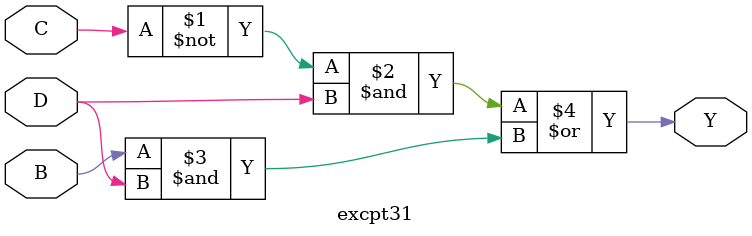
<source format=v>
`timescale 1ns / 1ps

module excpt31(
    input B,
    input C,
    input D,
    output Y
    );
	 assign Y=(~C&D)|(B&D);


endmodule

</source>
